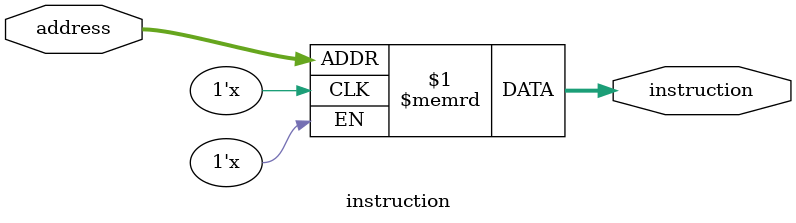
<source format=v>
module instruction (input  [31:0] address,
                    output [31:0] instruction);
    
    reg [31:0] memory [63:0];

    assign instruction = memory[address];

endmodule

</source>
